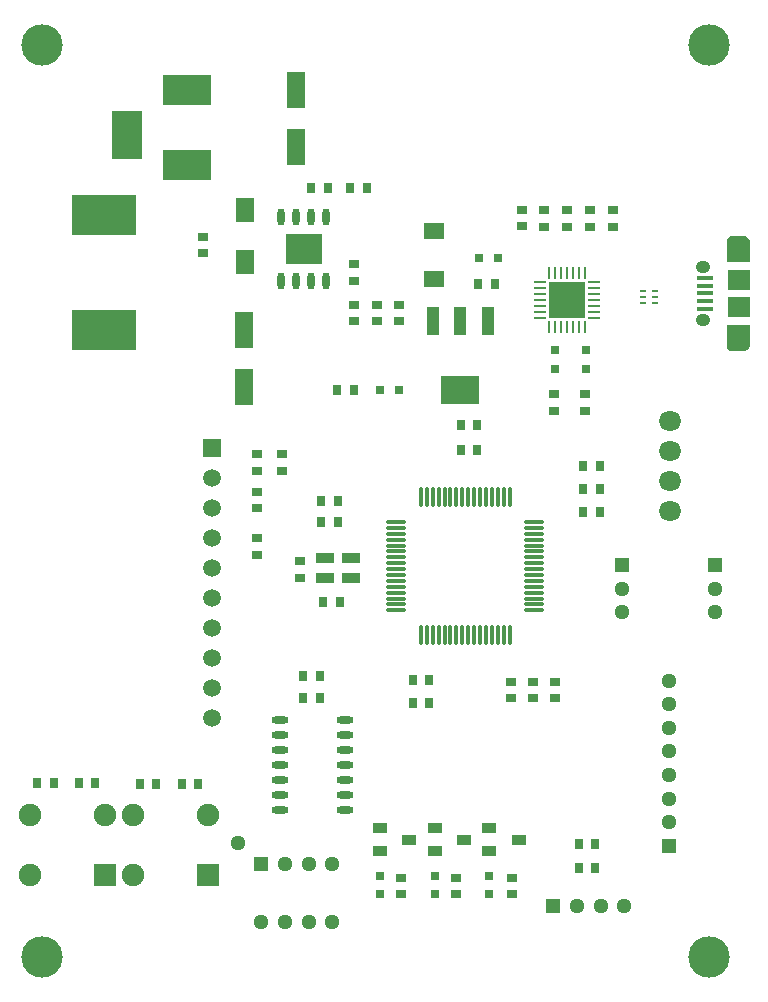
<source format=gts>
%FSTAX23Y23*%
%MOIN*%
%SFA1B1*%

%IPPOS*%
%ADD19R,0.031500X0.037400*%
%ADD20O,0.057100X0.023600*%
%ADD21R,0.047200X0.033500*%
%ADD22O,0.025600X0.009800*%
%ADD23R,0.037400X0.031500*%
%ADD24R,0.061000X0.082700*%
%ADD25R,0.063000X0.124000*%
%ADD26R,0.031500X0.031500*%
%ADD27R,0.031500X0.031500*%
%ADD28R,0.061000X0.037400*%
%ADD29R,0.122000X0.102400*%
%ADD30O,0.023600X0.057100*%
%ADD31R,0.212600X0.137800*%
%ADD32R,0.065000X0.057100*%
%ADD33R,0.039400X0.094500*%
%ADD34R,0.129900X0.094500*%
%ADD35O,0.041300X0.009800*%
%ADD36O,0.009800X0.041300*%
%ADD37R,0.123200X0.123200*%
%ADD38R,0.074800X0.070900*%
%ADD39R,0.053100X0.015700*%
%ADD40O,0.066900X0.011800*%
%ADD41O,0.011800X0.066900*%
%ADD42R,0.051200X0.051200*%
%ADD43C,0.051200*%
%ADD44R,0.051200X0.051200*%
%ADD45C,0.059100*%
%ADD46R,0.059100X0.059100*%
%ADD47C,0.075000*%
%ADD48R,0.075000X0.075000*%
%ADD49R,0.160000X0.100000*%
%ADD50R,0.100000X0.160000*%
%ADD51C,0.138000*%
%ADD52O,0.075000X0.065000*%
%ADD53O,0.049200X0.041300*%
%ADD54C,0.019700*%
%LNtankboardpcb1-1*%
%LPD*%
G36*
X03484Y03835D02*
Y03831D01*
X03481Y03824*
X03476Y03819*
X03469Y03816*
X03419*
X03415Y03817*
X03411Y03821*
X03409Y03825*
Y03827*
Y03902*
X03484*
Y03835*
G37*
G36*
X03476Y04195D02*
X03481Y04189D01*
X03484Y04182*
Y04178*
Y04112*
X03409*
Y04186*
Y04188*
X03411Y04192*
X03415Y04196*
X03419Y04198*
X03469*
X03476Y04195*
G37*
G54D19*
X02913Y02091D03*
X02968D03*
X02913Y02172D03*
X02968D03*
X0205Y02732D03*
X01995D03*
X0205Y02657D03*
X01995D03*
X02579Y04038D03*
X02634D03*
X0252Y03485D03*
X02575D03*
X0252Y03569D03*
X02575D03*
X02163Y03685D03*
X02108D03*
X02111Y03316D03*
X02056D03*
X02111Y03245D03*
X02056D03*
X02062Y02979D03*
X02117D03*
X01163Y02373D03*
X01108D03*
X01247D03*
X01302D03*
X01505Y0237D03*
X0145D03*
X01591D03*
X01646D03*
X02416Y02719D03*
X02361D03*
X02416Y0264D03*
X02361D03*
X02152Y04358D03*
X02207D03*
X02022D03*
X02078D03*
X02929Y03278D03*
X02984D03*
Y03431D03*
X02929D03*
X02984Y03355D03*
X02929D03*
G54D20*
X01918Y02584D03*
Y02534D03*
Y02484D03*
Y02434D03*
Y02384D03*
Y02334D03*
Y02284D03*
X02133Y02584D03*
Y02534D03*
Y02484D03*
Y02434D03*
Y02384D03*
Y02334D03*
Y02284D03*
G54D21*
X0225Y02223D03*
X0225Y02149D03*
X02348Y02186D03*
X02715D03*
X02616Y02149D03*
X02616Y02223D03*
X02532Y02186D03*
X02433Y02149D03*
X02433Y02223D03*
G54D22*
X03167Y03974D03*
Y03994D03*
Y04013D03*
X03128D03*
Y03994D03*
Y03974D03*
G54D23*
X02316Y03913D03*
Y03968D03*
X0224Y03913D03*
Y03968D03*
X02163Y03913D03*
Y03968D03*
X01662Y04195D03*
Y0414D03*
X02952Y04229D03*
Y04285D03*
X03029Y04229D03*
Y04285D03*
X02874Y04229D03*
Y04285D03*
X02797Y04229D03*
Y04285D03*
X02726Y04286D03*
Y04231D03*
X02935Y03671D03*
Y03616D03*
X02831Y03671D03*
Y03616D03*
X01926Y03471D03*
Y03416D03*
X01842Y03471D03*
Y03416D03*
X01985Y03059D03*
Y03114D03*
X01842Y03191D03*
Y03136D03*
Y0329D03*
Y03345D03*
X02834Y02712D03*
Y02657D03*
X02761Y02712D03*
Y02657D03*
X02688D03*
Y02712D03*
X02691Y02004D03*
Y02059D03*
X02504Y02003D03*
Y02058D03*
X0232Y02003D03*
Y02058D03*
X02163Y04103D03*
Y04048D03*
G54D24*
X018Y04284D03*
Y04111D03*
G54D25*
X01798Y03693D03*
Y03886D03*
X01972Y04493D03*
Y04686D03*
G54D26*
X02643Y04123D03*
X0258D03*
X0225Y03686D03*
X02313D03*
G54D27*
X02938Y03817D03*
Y03754D03*
X02833Y03817D03*
Y03754D03*
X02616Y02066D03*
Y02003D03*
X02433Y02066D03*
Y02003D03*
X0225Y02066D03*
Y02003D03*
G54D28*
X02068Y03058D03*
Y03125D03*
X02155Y03058D03*
Y03125D03*
G54D29*
X01997Y04155D03*
G54D30*
X02072Y04262D03*
X02022D03*
X01972D03*
X01922D03*
X02072Y04048D03*
X02022D03*
X01972D03*
X01922D03*
G54D31*
X0133Y04267D03*
Y03886D03*
G54D32*
X0243Y04053D03*
Y04215D03*
G54D33*
X0261Y03913D03*
X02519D03*
X02429D03*
G54D34*
X02519Y03685D03*
G54D35*
X02965Y03926D03*
Y03946D03*
Y03965D03*
Y03985D03*
Y04005D03*
Y04024D03*
Y04044D03*
X02784D03*
Y04024D03*
Y04005D03*
Y03985D03*
Y03965D03*
Y03946D03*
Y03926D03*
G54D36*
X02933Y04075D03*
X02914D03*
X02894D03*
X02874D03*
X02855D03*
X02835D03*
X02815D03*
Y03894D03*
X02835D03*
X02855D03*
X02874D03*
X02894D03*
X02914D03*
X02933D03*
G54D37*
X02874Y03985D03*
G54D38*
X03447Y04052D03*
Y03961D03*
G54D39*
X03336Y03955D03*
Y04058D03*
Y03981D03*
Y04007D03*
Y04032D03*
G54D40*
X02305Y03245D03*
Y03225D03*
Y03206D03*
Y03186D03*
Y03166D03*
Y03147D03*
Y03127D03*
Y03107D03*
Y03088D03*
Y03068D03*
Y03048D03*
Y03029D03*
Y03009D03*
Y02989D03*
Y0297D03*
Y0295D03*
X02766D03*
Y0297D03*
Y02989D03*
Y03009D03*
Y03029D03*
Y03048D03*
Y03068D03*
Y03088D03*
Y03107D03*
Y03127D03*
Y03147D03*
Y03166D03*
Y03186D03*
Y03206D03*
Y03225D03*
Y03245D03*
G54D41*
X02388Y02867D03*
X02408D03*
X02427D03*
X02447D03*
X02467D03*
X02486D03*
X02506D03*
X02526D03*
X02546D03*
X02565D03*
X02585D03*
X02605D03*
X02624D03*
X02644D03*
X02664D03*
X02683D03*
Y03328D03*
X02664D03*
X02644D03*
X02624D03*
X02605D03*
X02585D03*
X02565D03*
X02546D03*
X02526D03*
X02506D03*
X02486D03*
X02467D03*
X02447D03*
X02427D03*
X02408D03*
X02388D03*
G54D42*
X02829Y01964D03*
X01855Y02106D03*
G54D43*
X02908Y01964D03*
X02987D03*
X03065D03*
X03058Y03022D03*
Y02943D03*
X03367Y03022D03*
Y02943D03*
X03214Y02716D03*
Y02637D03*
Y02401D03*
Y02244D03*
Y02322D03*
Y0248D03*
Y02559D03*
X01777Y02173D03*
X01934Y02106D03*
X02013D03*
X02092D03*
X01855Y0191D03*
X01934D03*
X02013D03*
X02092D03*
G54D44*
X03058Y031D03*
X03367D03*
X03214Y02165D03*
G54D45*
X01691Y03291D03*
Y02591D03*
Y02691D03*
Y02791D03*
Y02891D03*
Y02991D03*
Y03091D03*
Y03191D03*
Y03391D03*
G54D46*
X01691Y03491D03*
G54D47*
X01333Y02267D03*
X01083Y02067D03*
Y02267D03*
X01678D03*
X01428Y02067D03*
Y02267D03*
G54D48*
X01333Y02067D03*
X01678D03*
G54D49*
X01607Y04435D03*
Y04685D03*
G54D50*
X01407Y04535D03*
G54D51*
X03349Y01793D03*
X01124D03*
Y04835D03*
X03349D03*
G54D52*
X03217Y03581D03*
Y0348D03*
Y03382D03*
Y03281D03*
G54D53*
X03327Y04094D03*
Y03919D03*
G54D54*
X0204Y04177D03*
Y04133D03*
X01997Y04177D03*
Y04133D03*
X01954Y04177D03*
Y04133D03*
X02918Y03942D03*
X02874D03*
X02831D03*
X02918Y03985D03*
X02874D03*
X02831D03*
X02918Y04028D03*
X02874D03*
X02831D03*
M02*
</source>
